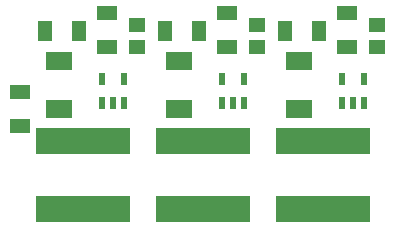
<source format=gtp>
%FSLAX25Y25*%
%MOIN*%
G70*
G01*
G75*
G04 Layer_Color=8421504*
%ADD10R,0.08600X0.06000*%
%ADD11R,0.07087X0.05118*%
%ADD12R,0.02165X0.04134*%
%ADD13R,0.05118X0.07087*%
%ADD14R,0.31496X0.08661*%
%ADD15R,0.05315X0.04724*%
%ADD16C,0.03000*%
%ADD17C,0.06000*%
%ADD18C,0.02000*%
%ADD19C,0.01500*%
%ADD20C,0.01000*%
%ADD21C,0.10000*%
%ADD22C,0.07874*%
%ADD23R,0.07874X0.07874*%
%ADD24C,0.25000*%
%ADD25C,0.02700*%
%ADD26C,0.15000*%
%ADD27C,0.00800*%
%ADD28C,0.00984*%
%ADD29C,0.00700*%
%ADD30C,0.01200*%
%ADD31C,0.00787*%
%ADD32C,0.00500*%
D10*
X978000Y690000D02*
D03*
Y674000D02*
D03*
X938000Y690000D02*
D03*
Y674000D02*
D03*
X898000Y690000D02*
D03*
Y674000D02*
D03*
D11*
X885000Y679709D02*
D03*
Y668291D02*
D03*
X914000Y706000D02*
D03*
Y694583D02*
D03*
X954000Y706000D02*
D03*
Y694583D02*
D03*
X994000Y706000D02*
D03*
Y694583D02*
D03*
D12*
X912260Y675965D02*
D03*
X916000D02*
D03*
X919740D02*
D03*
Y684035D02*
D03*
X912260D02*
D03*
X952260Y675965D02*
D03*
X956000D02*
D03*
X959740D02*
D03*
Y684035D02*
D03*
X952260D02*
D03*
X992260Y675965D02*
D03*
X996000D02*
D03*
X999740D02*
D03*
Y684035D02*
D03*
X992260D02*
D03*
D13*
X893291Y700000D02*
D03*
X904709D02*
D03*
X933291D02*
D03*
X944709D02*
D03*
X973291D02*
D03*
X984709D02*
D03*
D14*
X906000Y640779D02*
D03*
Y663221D02*
D03*
X946000Y640779D02*
D03*
Y663221D02*
D03*
X986000Y640779D02*
D03*
Y663221D02*
D03*
D15*
X924000Y694551D02*
D03*
Y702032D02*
D03*
X964000Y694551D02*
D03*
Y702032D02*
D03*
X1004000Y694551D02*
D03*
Y702032D02*
D03*
M02*

</source>
